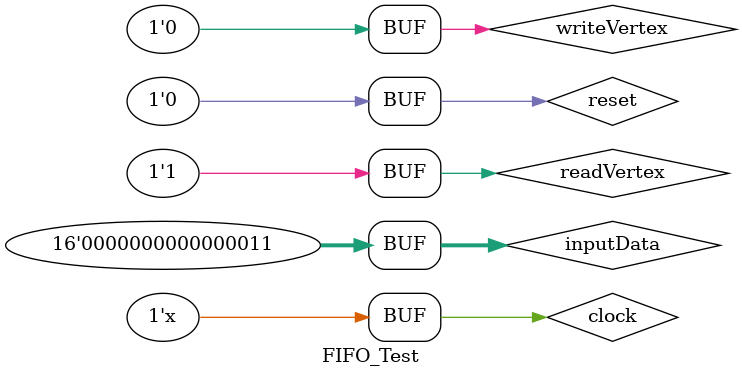
<source format=v>
`timescale 1ns / 1ps

module FIFO_Test;

        //inputs
        reg [15:0] inputData = 0;
        wire [15:0] outputData;

        reg clock = 0;
        wire reset = 0;
        reg readVertex = 0;
        reg writeVertex = 0;
        wire empty;
        wire full;
        
         FIFO#(.DATA_WIDTH(16),.RAM_DEPTH(3))
         
          uut (        
              .clk_i(clock),
              .reset_i(reset),
              .data_i(inputData),
              .r_en_i(readVertex),
              .w_en_i(writeVertex),
              .data_o(outputData),
              .empty_o(empty),
              .full_o(full));
              
            initial begin 
                         $monitor ("input: %b, output: %b, empty %b, full %b", inputData, outputData, empty, full);        //Monitor the stuff we care about
                         
                         //first input data word
                         #10 inputData = 16'b0000000000000001;
                         
                         //assert write
                         #10 writeVertex = 1;
                         
                         //change data
                         #10 inputData =  16'b0000000000000010;
                         
                           //change data
                         #10 inputData =  16'b0000000000000011;
                         
                          //assert write off
                          #10 writeVertex = 0;
                          #100 readVertex = 1;
                          
                    end
                    
                    
            always begin
             #5  clock =  ! clock; 
            end
                         
endmodule

</source>
